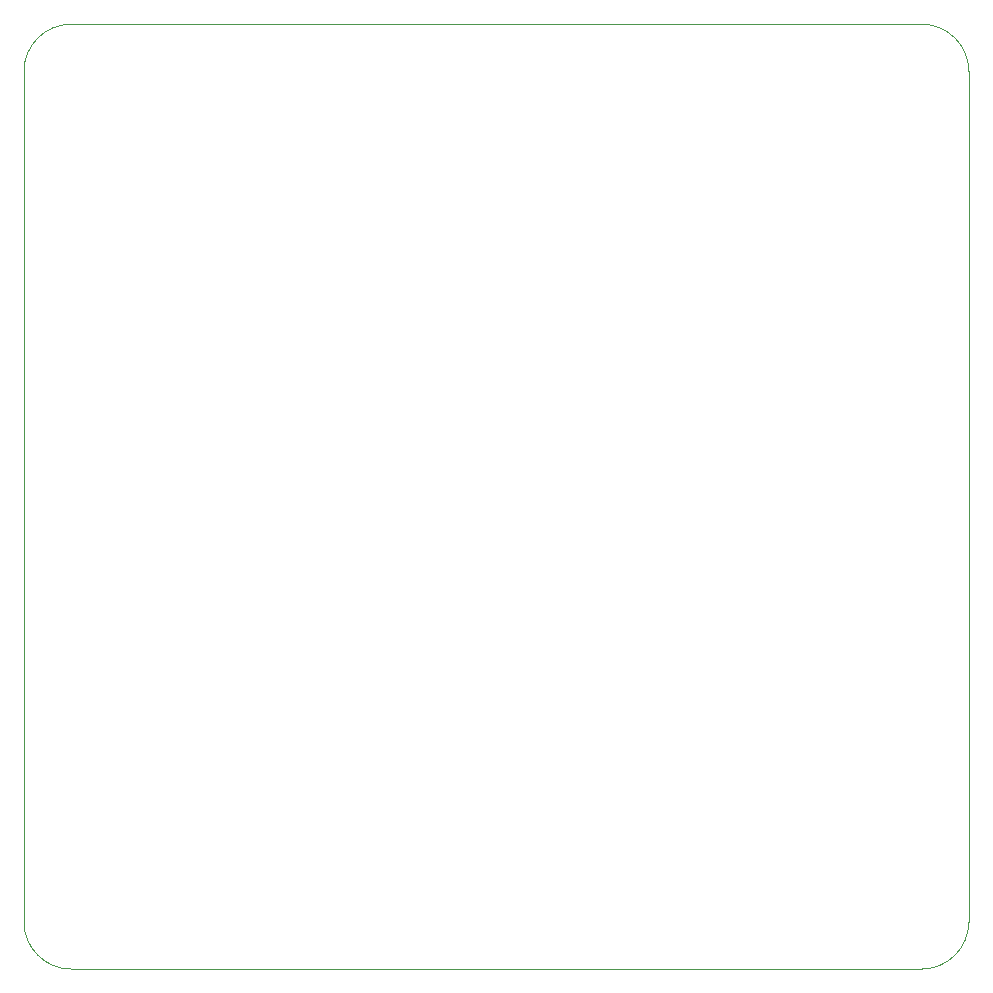
<source format=gbr>
%TF.GenerationSoftware,KiCad,Pcbnew,9.0.0*%
%TF.CreationDate,2025-04-07T10:39:53+02:00*%
%TF.ProjectId,UniBoard-Xiao,556e6942-6f61-4726-942d-5869616f2e6b,rev?*%
%TF.SameCoordinates,Original*%
%TF.FileFunction,Profile,NP*%
%FSLAX46Y46*%
G04 Gerber Fmt 4.6, Leading zero omitted, Abs format (unit mm)*
G04 Created by KiCad (PCBNEW 9.0.0) date 2025-04-07 10:39:53*
%MOMM*%
%LPD*%
G01*
G04 APERTURE LIST*
%TA.AperFunction,Profile*%
%ADD10C,0.050000*%
%TD*%
G04 APERTURE END LIST*
D10*
X194500000Y-48500000D02*
G75*
G02*
X198500000Y-52500000I0J-4000000D01*
G01*
X122500000Y-128500000D02*
G75*
G02*
X118500000Y-124500000I0J4000000D01*
G01*
X198500000Y-124500000D02*
G75*
G02*
X194500000Y-128500000I-4000000J0D01*
G01*
X194500000Y-128500000D02*
X122500000Y-128500000D01*
X118500000Y-52500000D02*
G75*
G02*
X122500000Y-48500000I4000000J0D01*
G01*
X198500000Y-52500000D02*
X198500000Y-124500000D01*
X122500000Y-48500000D02*
X194500000Y-48500000D01*
X118500000Y-124500000D02*
X118500000Y-52500000D01*
M02*

</source>
